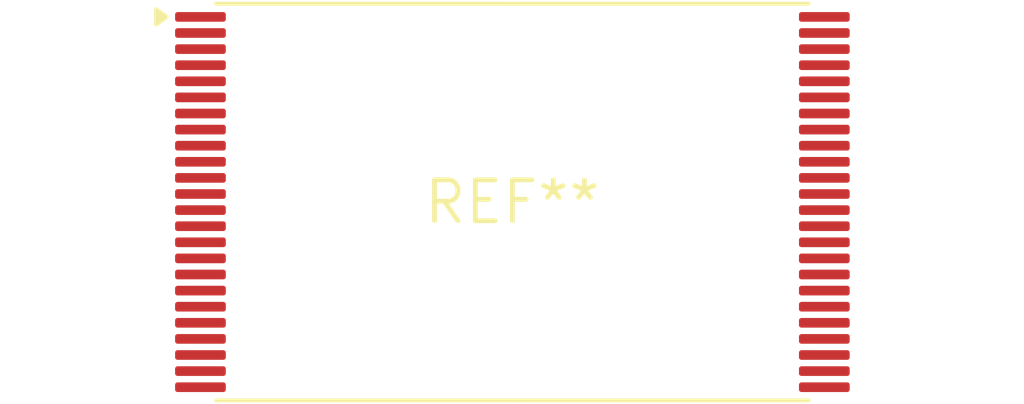
<source format=kicad_pcb>
(kicad_pcb (version 20240108) (generator pcbnew)
  (layers (0 "F.Cu" signal) (31 "B.Cu" signal) (34 "B.Paste" user) (35 "F.Paste" user) (36 "B.SilkS" user "B.Silkscreen") (37 "F.SilkS" user "F.Silkscreen") (38 "B.Mask" user) (39 "F.Mask" user) (44 "Edge.Cuts" user))
  (net 0 "")
  (footprint "TSOP-I-48_18.4x12mm_P0.5mm" (layer "F.Cu") (at 0 0)
    (property "Reference" "REF**")
    (property "Value" "TSOP-I-48_18.4x12mm_P0.5mm")
    (fp_line (start 0 -6.16) (end -9.2 -6.16) (layer "F.SilkS") (stroke (width 0.12)))
    (fp_line (start 0 -6.16) (end 9.2 -6.16) (layer "F.SilkS") (stroke (width 0.12)))
    (fp_line (start 0 6.16) (end -9.2 6.16) (layer "F.SilkS") (stroke (width 0.12)))
    (fp_line (start 0 6.16) (end 9.2 6.16) (layer "F.SilkS") (stroke (width 0.12)))
    (fp_poly (pts (xy -10.735 -5.75) (xy -11.065 -5.99) (xy -11.065 -5.51) (xy -10.735 -5.75)) (layer "F.SilkS") (stroke (width 0.12)) (fill solid))
    (pad "1" smd roundrect (at -9.6875 -5.75) (size 1.575 0.3) (layers "F.Cu" "F.Paste" "F.Mask"))
    (pad "2" smd roundrect (at -9.6875 -5.25) (size 1.575 0.3) (layers "F.Cu" "F.Paste" "F.Mask"))
    (pad "3" smd roundrect (at -9.6875 -4.75) (size 1.575 0.3) (layers "F.Cu" "F.Paste" "F.Mask"))
    (pad "4" smd roundrect (at -9.6875 -4.25) (size 1.575 0.3) (layers "F.Cu" "F.Paste" "F.Mask"))
    (pad "5" smd roundrect (at -9.6875 -3.75) (size 1.575 0.3) (layers "F.Cu" "F.Paste" "F.Mask"))
    (pad "6" smd roundrect (at -9.6875 -3.25) (size 1.575 0.3) (layers "F.Cu" "F.Paste" "F.Mask"))
    (pad "7" smd roundrect (at -9.6875 -2.75) (size 1.575 0.3) (layers "F.Cu" "F.Paste" "F.Mask"))
    (pad "8" smd roundrect (at -9.6875 -2.25) (size 1.575 0.3) (layers "F.Cu" "F.Paste" "F.Mask"))
    (pad "9" smd roundrect (at -9.6875 -1.75) (size 1.575 0.3) (layers "F.Cu" "F.Paste" "F.Mask"))
    (pad "10" smd roundrect (at -9.6875 -1.25) (size 1.575 0.3) (layers "F.Cu" "F.Paste" "F.Mask"))
    (pad "11" smd roundrect (at -9.6875 -0.75) (size 1.575 0.3) (layers "F.Cu" "F.Paste" "F.Mask"))
    (pad "12" smd roundrect (at -9.6875 -0.25) (size 1.575 0.3) (layers "F.Cu" "F.Paste" "F.Mask"))
    (pad "13" smd roundrect (at -9.6875 0.25) (size 1.575 0.3) (layers "F.Cu" "F.Paste" "F.Mask"))
    (pad "14" smd roundrect (at -9.6875 0.75) (size 1.575 0.3) (layers "F.Cu" "F.Paste" "F.Mask"))
    (pad "15" smd roundrect (at -9.6875 1.25) (size 1.575 0.3) (layers "F.Cu" "F.Paste" "F.Mask"))
    (pad "16" smd roundrect (at -9.6875 1.75) (size 1.575 0.3) (layers "F.Cu" "F.Paste" "F.Mask"))
    (pad "17" smd roundrect (at -9.6875 2.25) (size 1.575 0.3) (layers "F.Cu" "F.Paste" "F.Mask"))
    (pad "18" smd roundrect (at -9.6875 2.75) (size 1.575 0.3) (layers "F.Cu" "F.Paste" "F.Mask"))
    (pad "19" smd roundrect (at -9.6875 3.25) (size 1.575 0.3) (layers "F.Cu" "F.Paste" "F.Mask"))
    (pad "20" smd roundrect (at -9.6875 3.75) (size 1.575 0.3) (layers "F.Cu" "F.Paste" "F.Mask"))
    (pad "21" smd roundrect (at -9.6875 4.25) (size 1.575 0.3) (layers "F.Cu" "F.Paste" "F.Mask"))
    (pad "22" smd roundrect (at -9.6875 4.75) (size 1.575 0.3) (layers "F.Cu" "F.Paste" "F.Mask"))
    (pad "23" smd roundrect (at -9.6875 5.25) (size 1.575 0.3) (layers "F.Cu" "F.Paste" "F.Mask"))
    (pad "24" smd roundrect (at -9.6875 5.75) (size 1.575 0.3) (layers "F.Cu" "F.Paste" "F.Mask"))
    (pad "25" smd roundrect (at 9.6875 5.75) (size 1.575 0.3) (layers "F.Cu" "F.Paste" "F.Mask"))
    (pad "26" smd roundrect (at 9.6875 5.25) (size 1.575 0.3) (layers "F.Cu" "F.Paste" "F.Mask"))
    (pad "27" smd roundrect (at 9.6875 4.75) (size 1.575 0.3) (layers "F.Cu" "F.Paste" "F.Mask"))
    (pad "28" smd roundrect (at 9.6875 4.25) (size 1.575 0.3) (layers "F.Cu" "F.Paste" "F.Mask"))
    (pad "29" smd roundrect (at 9.6875 3.75) (size 1.575 0.3) (layers "F.Cu" "F.Paste" "F.Mask"))
    (pad "30" smd roundrect (at 9.6875 3.25) (size 1.575 0.3) (layers "F.Cu" "F.Paste" "F.Mask"))
    (pad "31" smd roundrect (at 9.6875 2.75) (size 1.575 0.3) (layers "F.Cu" "F.Paste" "F.Mask"))
    (pad "32" smd roundrect (at 9.6875 2.25) (size 1.575 0.3) (layers "F.Cu" "F.Paste" "F.Mask"))
    (pad "33" smd roundrect (at 9.6875 1.75) (size 1.575 0.3) (layers "F.Cu" "F.Paste" "F.Mask"))
    (pad "34" smd roundrect (at 9.6875 1.25) (size 1.575 0.3) (layers "F.Cu" "F.Paste" "F.Mask"))
    (pad "35" smd roundrect (at 9.6875 0.75) (size 1.575 0.3) (layers "F.Cu" "F.Paste" "F.Mask"))
    (pad "36" smd roundrect (at 9.6875 0.25) (size 1.575 0.3) (layers "F.Cu" "F.Paste" "F.Mask"))
    (pad "37" smd roundrect (at 9.6875 -0.25) (size 1.575 0.3) (layers "F.Cu" "F.Paste" "F.Mask"))
    (pad "38" smd roundrect (at 9.6875 -0.75) (size 1.575 0.3) (layers "F.Cu" "F.Paste" "F.Mask"))
    (pad "39" smd roundrect (at 9.6875 -1.25) (size 1.575 0.3) (layers "F.Cu" "F.Paste" "F.Mask"))
    (pad "40" smd roundrect (at 9.6875 -1.75) (size 1.575 0.3) (layers "F.Cu" "F.Paste" "F.Mask"))
    (pad "41" smd roundrect (at 9.6875 -2.25) (size 1.575 0.3) (layers "F.Cu" "F.Paste" "F.Mask"))
    (pad "42" smd roundrect (at 9.6875 -2.75) (size 1.575 0.3) (layers "F.Cu" "F.Paste" "F.Mask"))
    (pad "43" smd roundrect (at 9.6875 -3.25) (size 1.575 0.3) (layers "F.Cu" "F.Paste" "F.Mask"))
    (pad "44" smd roundrect (at 9.6875 -3.75) (size 1.575 0.3) (layers "F.Cu" "F.Paste" "F.Mask"))
    (pad "45" smd roundrect (at 9.6875 -4.25) (size 1.575 0.3) (layers "F.Cu" "F.Paste" "F.Mask"))
    (pad "46" smd roundrect (at 9.6875 -4.75) (size 1.575 0.3) (layers "F.Cu" "F.Paste" "F.Mask"))
    (pad "47" smd roundrect (at 9.6875 -5.25) (size 1.575 0.3) (layers "F.Cu" "F.Paste" "F.Mask"))
    (pad "48" smd roundrect (at 9.6875 -5.75) (size 1.575 0.3) (layers "F.Cu" "F.Paste" "F.Mask"))
  )
)
</source>
